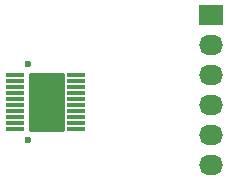
<source format=gbr>
G04 #@! TF.FileFunction,Soldermask,Top*
%FSLAX46Y46*%
G04 Gerber Fmt 4.6, Leading zero omitted, Abs format (unit mm)*
G04 Created by KiCad (PCBNEW 4.0.4-stable) date *
%MOMM*%
%LPD*%
G01*
G04 APERTURE LIST*
%ADD10C,0.100000*%
%ADD11R,1.600000X0.300000*%
%ADD12C,0.600000*%
%ADD13R,2.032000X1.727200*%
%ADD14O,2.032000X1.727200*%
%ADD15C,0.254000*%
G04 APERTURE END LIST*
D10*
D11*
X160020000Y-104220000D03*
X154820000Y-104220000D03*
X160020000Y-104720000D03*
X154820000Y-104720000D03*
X160020000Y-105220000D03*
X154820000Y-105220000D03*
X160020000Y-105720000D03*
X154820000Y-105720000D03*
X160020000Y-106220000D03*
X154820000Y-106220000D03*
X160020000Y-106720000D03*
X154820000Y-106720000D03*
X160020000Y-107220000D03*
X154820000Y-107220000D03*
X160020000Y-107720000D03*
X154820000Y-107720000D03*
X160020000Y-108220000D03*
X154820000Y-108220000D03*
X160020000Y-108720000D03*
X154820000Y-108720000D03*
D12*
X155920000Y-103270000D03*
X155920000Y-109670000D03*
D13*
X171450000Y-99060000D03*
D14*
X171450000Y-101600000D03*
X171450000Y-104140000D03*
X171450000Y-106680000D03*
X171450000Y-109220000D03*
X171450000Y-111760000D03*
D15*
G36*
X158873000Y-108873000D02*
X156127000Y-108873000D01*
X156127000Y-104127000D01*
X158873000Y-104127000D01*
X158873000Y-108873000D01*
X158873000Y-108873000D01*
G37*
X158873000Y-108873000D02*
X156127000Y-108873000D01*
X156127000Y-104127000D01*
X158873000Y-104127000D01*
X158873000Y-108873000D01*
M02*

</source>
